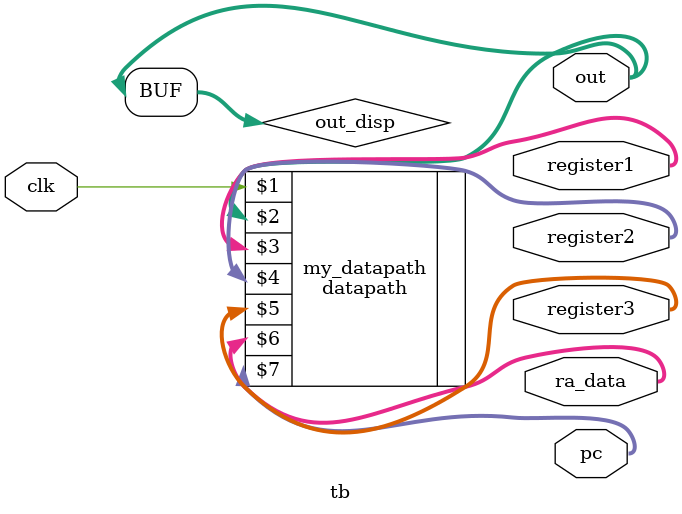
<source format=v>
module tb(input clk , output [15:0] out,
	output [15:0] register1,
	output [15:0] register2,
	output [15:0] register3,
	output [15:0] ra_data,
	output [9:0] pc);
	
	wire [15:0] out_disp = out;			

	datapath my_datapath(clk , out , register1 , register2 , register3 , ra_data ,pc);
	
endmodule 
</source>
